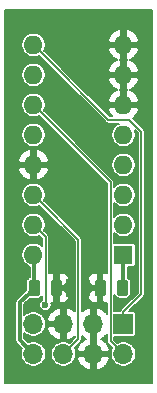
<source format=gbr>
G04 #@! TF.GenerationSoftware,KiCad,Pcbnew,(5.1.5-0-10_14)*
G04 #@! TF.CreationDate,2020-05-05T19:22:01-07:00*
G04 #@! TF.ProjectId,N64 CIC Breakout,4e363420-4349-4432-9042-7265616b6f75,rev?*
G04 #@! TF.SameCoordinates,Original*
G04 #@! TF.FileFunction,Copper,L1,Top*
G04 #@! TF.FilePolarity,Positive*
%FSLAX46Y46*%
G04 Gerber Fmt 4.6, Leading zero omitted, Abs format (unit mm)*
G04 Created by KiCad (PCBNEW (5.1.5-0-10_14)) date 2020-05-05 19:22:01*
%MOMM*%
%LPD*%
G04 APERTURE LIST*
%ADD10O,1.700000X1.700000*%
%ADD11R,1.700000X1.700000*%
%ADD12C,0.100000*%
%ADD13O,1.600000X1.600000*%
%ADD14R,1.600000X1.600000*%
%ADD15C,0.600000*%
%ADD16C,0.304800*%
%ADD17C,0.152400*%
G04 APERTURE END LIST*
D10*
X144780000Y-124460000D03*
X144780000Y-121920000D03*
X147320000Y-124460000D03*
X147320000Y-121920000D03*
X149860000Y-124460000D03*
X149860000Y-121920000D03*
X152400000Y-124460000D03*
D11*
X152400000Y-121920000D03*
G04 #@! TA.AperFunction,SMDPad,CuDef*
D12*
G36*
X150714142Y-118173174D02*
G01*
X150737803Y-118176684D01*
X150761007Y-118182496D01*
X150783529Y-118190554D01*
X150805153Y-118200782D01*
X150825670Y-118213079D01*
X150844883Y-118227329D01*
X150862607Y-118243393D01*
X150878671Y-118261117D01*
X150892921Y-118280330D01*
X150905218Y-118300847D01*
X150915446Y-118322471D01*
X150923504Y-118344993D01*
X150929316Y-118368197D01*
X150932826Y-118391858D01*
X150934000Y-118415750D01*
X150934000Y-119328250D01*
X150932826Y-119352142D01*
X150929316Y-119375803D01*
X150923504Y-119399007D01*
X150915446Y-119421529D01*
X150905218Y-119443153D01*
X150892921Y-119463670D01*
X150878671Y-119482883D01*
X150862607Y-119500607D01*
X150844883Y-119516671D01*
X150825670Y-119530921D01*
X150805153Y-119543218D01*
X150783529Y-119553446D01*
X150761007Y-119561504D01*
X150737803Y-119567316D01*
X150714142Y-119570826D01*
X150690250Y-119572000D01*
X150202750Y-119572000D01*
X150178858Y-119570826D01*
X150155197Y-119567316D01*
X150131993Y-119561504D01*
X150109471Y-119553446D01*
X150087847Y-119543218D01*
X150067330Y-119530921D01*
X150048117Y-119516671D01*
X150030393Y-119500607D01*
X150014329Y-119482883D01*
X150000079Y-119463670D01*
X149987782Y-119443153D01*
X149977554Y-119421529D01*
X149969496Y-119399007D01*
X149963684Y-119375803D01*
X149960174Y-119352142D01*
X149959000Y-119328250D01*
X149959000Y-118415750D01*
X149960174Y-118391858D01*
X149963684Y-118368197D01*
X149969496Y-118344993D01*
X149977554Y-118322471D01*
X149987782Y-118300847D01*
X150000079Y-118280330D01*
X150014329Y-118261117D01*
X150030393Y-118243393D01*
X150048117Y-118227329D01*
X150067330Y-118213079D01*
X150087847Y-118200782D01*
X150109471Y-118190554D01*
X150131993Y-118182496D01*
X150155197Y-118176684D01*
X150178858Y-118173174D01*
X150202750Y-118172000D01*
X150690250Y-118172000D01*
X150714142Y-118173174D01*
G37*
G04 #@! TD.AperFunction*
G04 #@! TA.AperFunction,SMDPad,CuDef*
G36*
X152589142Y-118173174D02*
G01*
X152612803Y-118176684D01*
X152636007Y-118182496D01*
X152658529Y-118190554D01*
X152680153Y-118200782D01*
X152700670Y-118213079D01*
X152719883Y-118227329D01*
X152737607Y-118243393D01*
X152753671Y-118261117D01*
X152767921Y-118280330D01*
X152780218Y-118300847D01*
X152790446Y-118322471D01*
X152798504Y-118344993D01*
X152804316Y-118368197D01*
X152807826Y-118391858D01*
X152809000Y-118415750D01*
X152809000Y-119328250D01*
X152807826Y-119352142D01*
X152804316Y-119375803D01*
X152798504Y-119399007D01*
X152790446Y-119421529D01*
X152780218Y-119443153D01*
X152767921Y-119463670D01*
X152753671Y-119482883D01*
X152737607Y-119500607D01*
X152719883Y-119516671D01*
X152700670Y-119530921D01*
X152680153Y-119543218D01*
X152658529Y-119553446D01*
X152636007Y-119561504D01*
X152612803Y-119567316D01*
X152589142Y-119570826D01*
X152565250Y-119572000D01*
X152077750Y-119572000D01*
X152053858Y-119570826D01*
X152030197Y-119567316D01*
X152006993Y-119561504D01*
X151984471Y-119553446D01*
X151962847Y-119543218D01*
X151942330Y-119530921D01*
X151923117Y-119516671D01*
X151905393Y-119500607D01*
X151889329Y-119482883D01*
X151875079Y-119463670D01*
X151862782Y-119443153D01*
X151852554Y-119421529D01*
X151844496Y-119399007D01*
X151838684Y-119375803D01*
X151835174Y-119352142D01*
X151834000Y-119328250D01*
X151834000Y-118415750D01*
X151835174Y-118391858D01*
X151838684Y-118368197D01*
X151844496Y-118344993D01*
X151852554Y-118322471D01*
X151862782Y-118300847D01*
X151875079Y-118280330D01*
X151889329Y-118261117D01*
X151905393Y-118243393D01*
X151923117Y-118227329D01*
X151942330Y-118213079D01*
X151962847Y-118200782D01*
X151984471Y-118190554D01*
X152006993Y-118182496D01*
X152030197Y-118176684D01*
X152053858Y-118173174D01*
X152077750Y-118172000D01*
X152565250Y-118172000D01*
X152589142Y-118173174D01*
G37*
G04 #@! TD.AperFunction*
G04 #@! TA.AperFunction,SMDPad,CuDef*
G36*
X147001142Y-118173174D02*
G01*
X147024803Y-118176684D01*
X147048007Y-118182496D01*
X147070529Y-118190554D01*
X147092153Y-118200782D01*
X147112670Y-118213079D01*
X147131883Y-118227329D01*
X147149607Y-118243393D01*
X147165671Y-118261117D01*
X147179921Y-118280330D01*
X147192218Y-118300847D01*
X147202446Y-118322471D01*
X147210504Y-118344993D01*
X147216316Y-118368197D01*
X147219826Y-118391858D01*
X147221000Y-118415750D01*
X147221000Y-119328250D01*
X147219826Y-119352142D01*
X147216316Y-119375803D01*
X147210504Y-119399007D01*
X147202446Y-119421529D01*
X147192218Y-119443153D01*
X147179921Y-119463670D01*
X147165671Y-119482883D01*
X147149607Y-119500607D01*
X147131883Y-119516671D01*
X147112670Y-119530921D01*
X147092153Y-119543218D01*
X147070529Y-119553446D01*
X147048007Y-119561504D01*
X147024803Y-119567316D01*
X147001142Y-119570826D01*
X146977250Y-119572000D01*
X146489750Y-119572000D01*
X146465858Y-119570826D01*
X146442197Y-119567316D01*
X146418993Y-119561504D01*
X146396471Y-119553446D01*
X146374847Y-119543218D01*
X146354330Y-119530921D01*
X146335117Y-119516671D01*
X146317393Y-119500607D01*
X146301329Y-119482883D01*
X146287079Y-119463670D01*
X146274782Y-119443153D01*
X146264554Y-119421529D01*
X146256496Y-119399007D01*
X146250684Y-119375803D01*
X146247174Y-119352142D01*
X146246000Y-119328250D01*
X146246000Y-118415750D01*
X146247174Y-118391858D01*
X146250684Y-118368197D01*
X146256496Y-118344993D01*
X146264554Y-118322471D01*
X146274782Y-118300847D01*
X146287079Y-118280330D01*
X146301329Y-118261117D01*
X146317393Y-118243393D01*
X146335117Y-118227329D01*
X146354330Y-118213079D01*
X146374847Y-118200782D01*
X146396471Y-118190554D01*
X146418993Y-118182496D01*
X146442197Y-118176684D01*
X146465858Y-118173174D01*
X146489750Y-118172000D01*
X146977250Y-118172000D01*
X147001142Y-118173174D01*
G37*
G04 #@! TD.AperFunction*
G04 #@! TA.AperFunction,SMDPad,CuDef*
G36*
X145126142Y-118173174D02*
G01*
X145149803Y-118176684D01*
X145173007Y-118182496D01*
X145195529Y-118190554D01*
X145217153Y-118200782D01*
X145237670Y-118213079D01*
X145256883Y-118227329D01*
X145274607Y-118243393D01*
X145290671Y-118261117D01*
X145304921Y-118280330D01*
X145317218Y-118300847D01*
X145327446Y-118322471D01*
X145335504Y-118344993D01*
X145341316Y-118368197D01*
X145344826Y-118391858D01*
X145346000Y-118415750D01*
X145346000Y-119328250D01*
X145344826Y-119352142D01*
X145341316Y-119375803D01*
X145335504Y-119399007D01*
X145327446Y-119421529D01*
X145317218Y-119443153D01*
X145304921Y-119463670D01*
X145290671Y-119482883D01*
X145274607Y-119500607D01*
X145256883Y-119516671D01*
X145237670Y-119530921D01*
X145217153Y-119543218D01*
X145195529Y-119553446D01*
X145173007Y-119561504D01*
X145149803Y-119567316D01*
X145126142Y-119570826D01*
X145102250Y-119572000D01*
X144614750Y-119572000D01*
X144590858Y-119570826D01*
X144567197Y-119567316D01*
X144543993Y-119561504D01*
X144521471Y-119553446D01*
X144499847Y-119543218D01*
X144479330Y-119530921D01*
X144460117Y-119516671D01*
X144442393Y-119500607D01*
X144426329Y-119482883D01*
X144412079Y-119463670D01*
X144399782Y-119443153D01*
X144389554Y-119421529D01*
X144381496Y-119399007D01*
X144375684Y-119375803D01*
X144372174Y-119352142D01*
X144371000Y-119328250D01*
X144371000Y-118415750D01*
X144372174Y-118391858D01*
X144375684Y-118368197D01*
X144381496Y-118344993D01*
X144389554Y-118322471D01*
X144399782Y-118300847D01*
X144412079Y-118280330D01*
X144426329Y-118261117D01*
X144442393Y-118243393D01*
X144460117Y-118227329D01*
X144479330Y-118213079D01*
X144499847Y-118200782D01*
X144521471Y-118190554D01*
X144543993Y-118182496D01*
X144567197Y-118176684D01*
X144590858Y-118173174D01*
X144614750Y-118172000D01*
X145102250Y-118172000D01*
X145126142Y-118173174D01*
G37*
G04 #@! TD.AperFunction*
D13*
X144780000Y-116078000D03*
X152400000Y-98298000D03*
X144780000Y-113538000D03*
X152400000Y-100838000D03*
X144780000Y-110998000D03*
X152400000Y-103378000D03*
X144780000Y-108458000D03*
X152400000Y-105918000D03*
X144780000Y-105918000D03*
X152400000Y-108458000D03*
X144780000Y-103378000D03*
X152400000Y-110998000D03*
X144780000Y-100838000D03*
X152400000Y-113538000D03*
X144780000Y-98298000D03*
D14*
X152400000Y-116078000D03*
D15*
X145796000Y-120294400D03*
X149352000Y-119380000D03*
X149352000Y-118364000D03*
X147828000Y-119380000D03*
X147828000Y-118364000D03*
X153924000Y-98298000D03*
X153924000Y-100838000D03*
X153924000Y-103378000D03*
X143256000Y-108458000D03*
D16*
X144372973Y-119357527D02*
X144858500Y-118872000D01*
X143625199Y-123305199D02*
X143625199Y-120105301D01*
X143625199Y-120105301D02*
X144372973Y-119357527D01*
X144780000Y-124460000D02*
X143625199Y-123305199D01*
X152400000Y-118950500D02*
X152321500Y-118872000D01*
X152575500Y-116253500D02*
X152400000Y-116078000D01*
X144858500Y-116156500D02*
X144780000Y-116078000D01*
X144858500Y-118872000D02*
X144858500Y-116156500D01*
X152400000Y-118793500D02*
X152321500Y-118872000D01*
X152400000Y-116078000D02*
X152400000Y-118793500D01*
D17*
X145579999Y-114337999D02*
X144780000Y-113538000D01*
X145808601Y-114566601D02*
X145579999Y-114337999D01*
X145808601Y-120281799D02*
X145796000Y-120294400D01*
X145808601Y-114566601D02*
X145808601Y-120281799D01*
X148590000Y-114808000D02*
X145579999Y-111797999D01*
X145579999Y-111797999D02*
X144780000Y-110998000D01*
X148590000Y-123190000D02*
X148590000Y-114808000D01*
X147320000Y-124460000D02*
X148590000Y-123190000D01*
D16*
X147828000Y-118364000D02*
X147320000Y-118872000D01*
X147320000Y-118872000D02*
X147828000Y-119380000D01*
X147320000Y-118872000D02*
X146733500Y-118872000D01*
X149352000Y-119380000D02*
X149860000Y-118872000D01*
X149860000Y-118872000D02*
X149352000Y-118364000D01*
X149860000Y-118872000D02*
X150446500Y-118872000D01*
X152400000Y-98298000D02*
X153924000Y-98298000D01*
X152400000Y-100838000D02*
X153924000Y-100838000D01*
X152400000Y-103378000D02*
X153924000Y-103378000D01*
X144780000Y-108458000D02*
X143256000Y-108458000D01*
D17*
X145579999Y-104177999D02*
X144780000Y-103378000D01*
X151321399Y-109919399D02*
X145579999Y-104177999D01*
X151321399Y-123381399D02*
X151321399Y-109919399D01*
X152400000Y-124460000D02*
X151321399Y-123381399D01*
X145579999Y-99097999D02*
X144780000Y-98298000D01*
X151130000Y-104648000D02*
X145579999Y-99097999D01*
X153924000Y-105664000D02*
X152908000Y-104648000D01*
X153924000Y-119393600D02*
X153924000Y-105664000D01*
X152400000Y-120917600D02*
X153924000Y-119393600D01*
X152908000Y-104648000D02*
X151130000Y-104648000D01*
X152400000Y-121920000D02*
X152400000Y-120917600D01*
G36*
X154838801Y-126898800D02*
G01*
X142341200Y-126898800D01*
X142341200Y-120105301D01*
X143242356Y-120105301D01*
X143244200Y-120124021D01*
X143244199Y-123286489D01*
X143242356Y-123305199D01*
X143244199Y-123323909D01*
X143244199Y-123323911D01*
X143249712Y-123379887D01*
X143254711Y-123396365D01*
X143271498Y-123451706D01*
X143306877Y-123517895D01*
X143322865Y-123537376D01*
X143354488Y-123575910D01*
X143369031Y-123587845D01*
X143796660Y-124015475D01*
X143742850Y-124145384D01*
X143701400Y-124353767D01*
X143701400Y-124566233D01*
X143742850Y-124774616D01*
X143824157Y-124970909D01*
X143942197Y-125147567D01*
X144092433Y-125297803D01*
X144269091Y-125415843D01*
X144465384Y-125497150D01*
X144673767Y-125538600D01*
X144886233Y-125538600D01*
X145094616Y-125497150D01*
X145290909Y-125415843D01*
X145467567Y-125297803D01*
X145617803Y-125147567D01*
X145735843Y-124970909D01*
X145817150Y-124774616D01*
X145858600Y-124566233D01*
X145858600Y-124353767D01*
X145817150Y-124145384D01*
X145735843Y-123949091D01*
X145617803Y-123772433D01*
X145467567Y-123622197D01*
X145290909Y-123504157D01*
X145094616Y-123422850D01*
X144886233Y-123381400D01*
X144673767Y-123381400D01*
X144465384Y-123422850D01*
X144335475Y-123476660D01*
X144006199Y-123147385D01*
X144006199Y-122671569D01*
X144092433Y-122757803D01*
X144269091Y-122875843D01*
X144465384Y-122957150D01*
X144673767Y-122998600D01*
X144886233Y-122998600D01*
X145094616Y-122957150D01*
X145290909Y-122875843D01*
X145467567Y-122757803D01*
X145617803Y-122607567D01*
X145735843Y-122430909D01*
X145782511Y-122318240D01*
X145942192Y-122318240D01*
X146046359Y-122579385D01*
X146199471Y-122815190D01*
X146395645Y-123016594D01*
X146627341Y-123175856D01*
X146885656Y-123286856D01*
X146921761Y-123297801D01*
X147142200Y-123195820D01*
X147142200Y-122097800D01*
X146042907Y-122097800D01*
X145942192Y-122318240D01*
X145782511Y-122318240D01*
X145817150Y-122234616D01*
X145858600Y-122026233D01*
X145858600Y-121813767D01*
X145817150Y-121605384D01*
X145782512Y-121521760D01*
X145942192Y-121521760D01*
X146042907Y-121742200D01*
X147142200Y-121742200D01*
X147142200Y-120644180D01*
X146921761Y-120542199D01*
X146885656Y-120553144D01*
X146627341Y-120664144D01*
X146395645Y-120823406D01*
X146199471Y-121024810D01*
X146046359Y-121260615D01*
X145942192Y-121521760D01*
X145782512Y-121521760D01*
X145735843Y-121409091D01*
X145617803Y-121232433D01*
X145467567Y-121082197D01*
X145290909Y-120964157D01*
X145094616Y-120882850D01*
X144886233Y-120841400D01*
X144673767Y-120841400D01*
X144465384Y-120882850D01*
X144269091Y-120964157D01*
X144092433Y-121082197D01*
X144006199Y-121168431D01*
X144006199Y-120263115D01*
X144487337Y-119781978D01*
X144522383Y-119792609D01*
X144614750Y-119801706D01*
X145102250Y-119801706D01*
X145194617Y-119792609D01*
X145283434Y-119765666D01*
X145365288Y-119721914D01*
X145437034Y-119663034D01*
X145495914Y-119591288D01*
X145503802Y-119576531D01*
X145503802Y-119853898D01*
X145459037Y-119883809D01*
X145385409Y-119957437D01*
X145327560Y-120044014D01*
X145287713Y-120140213D01*
X145267400Y-120242337D01*
X145267400Y-120346463D01*
X145287713Y-120448587D01*
X145327560Y-120544786D01*
X145385409Y-120631363D01*
X145459037Y-120704991D01*
X145545614Y-120762840D01*
X145641813Y-120802687D01*
X145743937Y-120823000D01*
X145848063Y-120823000D01*
X145950187Y-120802687D01*
X146046386Y-120762840D01*
X146132963Y-120704991D01*
X146206591Y-120631363D01*
X146264440Y-120544786D01*
X146304287Y-120448587D01*
X146324600Y-120346463D01*
X146324600Y-120242337D01*
X146307817Y-120157959D01*
X146409650Y-120156200D01*
X146555700Y-120010150D01*
X146555700Y-119049800D01*
X146911300Y-119049800D01*
X146911300Y-120010150D01*
X147057350Y-120156200D01*
X147221000Y-120159027D01*
X147335523Y-120147747D01*
X147445646Y-120114342D01*
X147547135Y-120060095D01*
X147636091Y-119987091D01*
X147709095Y-119898135D01*
X147763342Y-119796646D01*
X147796747Y-119686523D01*
X147808027Y-119572000D01*
X147805200Y-119195850D01*
X147659150Y-119049800D01*
X146911300Y-119049800D01*
X146555700Y-119049800D01*
X146535700Y-119049800D01*
X146535700Y-118694200D01*
X146555700Y-118694200D01*
X146555700Y-117733850D01*
X146911300Y-117733850D01*
X146911300Y-118694200D01*
X147659150Y-118694200D01*
X147805200Y-118548150D01*
X147808027Y-118172000D01*
X147796747Y-118057477D01*
X147763342Y-117947354D01*
X147709095Y-117845865D01*
X147636091Y-117756909D01*
X147547135Y-117683905D01*
X147445646Y-117629658D01*
X147335523Y-117596253D01*
X147221000Y-117584973D01*
X147057350Y-117587800D01*
X146911300Y-117733850D01*
X146555700Y-117733850D01*
X146409650Y-117587800D01*
X146246000Y-117584973D01*
X146131477Y-117596253D01*
X146113401Y-117601736D01*
X146113401Y-114581558D01*
X146114874Y-114566600D01*
X146113401Y-114551642D01*
X146113401Y-114551635D01*
X146108990Y-114506850D01*
X146091561Y-114449395D01*
X146063259Y-114396444D01*
X146025169Y-114350033D01*
X146013546Y-114340494D01*
X145806111Y-114133060D01*
X145806107Y-114133055D01*
X145693509Y-114020457D01*
X145769072Y-113838032D01*
X145808600Y-113639308D01*
X145808600Y-113436692D01*
X145769072Y-113237968D01*
X145691534Y-113050775D01*
X145578966Y-112882306D01*
X145435694Y-112739034D01*
X145267225Y-112626466D01*
X145080032Y-112548928D01*
X144881308Y-112509400D01*
X144678692Y-112509400D01*
X144479968Y-112548928D01*
X144292775Y-112626466D01*
X144124306Y-112739034D01*
X143981034Y-112882306D01*
X143868466Y-113050775D01*
X143790928Y-113237968D01*
X143751400Y-113436692D01*
X143751400Y-113639308D01*
X143790928Y-113838032D01*
X143868466Y-114025225D01*
X143981034Y-114193694D01*
X144124306Y-114336966D01*
X144292775Y-114449534D01*
X144479968Y-114527072D01*
X144678692Y-114566600D01*
X144881308Y-114566600D01*
X145080032Y-114527072D01*
X145262457Y-114451509D01*
X145375055Y-114564107D01*
X145375060Y-114564111D01*
X145503801Y-114692853D01*
X145503801Y-115347141D01*
X145435694Y-115279034D01*
X145267225Y-115166466D01*
X145080032Y-115088928D01*
X144881308Y-115049400D01*
X144678692Y-115049400D01*
X144479968Y-115088928D01*
X144292775Y-115166466D01*
X144124306Y-115279034D01*
X143981034Y-115422306D01*
X143868466Y-115590775D01*
X143790928Y-115777968D01*
X143751400Y-115976692D01*
X143751400Y-116179308D01*
X143790928Y-116378032D01*
X143868466Y-116565225D01*
X143981034Y-116733694D01*
X144124306Y-116876966D01*
X144292775Y-116989534D01*
X144477501Y-117066050D01*
X144477500Y-117965006D01*
X144433566Y-117978334D01*
X144351712Y-118022086D01*
X144279966Y-118080966D01*
X144221086Y-118152712D01*
X144177334Y-118234566D01*
X144150391Y-118323383D01*
X144141294Y-118415750D01*
X144141294Y-119050392D01*
X144116802Y-119074884D01*
X144116797Y-119074888D01*
X143369026Y-119822660D01*
X143354489Y-119834590D01*
X143342560Y-119849126D01*
X143306877Y-119892605D01*
X143271498Y-119958794D01*
X143249713Y-120030613D01*
X143242356Y-120105301D01*
X142341200Y-120105301D01*
X142341200Y-110896692D01*
X143751400Y-110896692D01*
X143751400Y-111099308D01*
X143790928Y-111298032D01*
X143868466Y-111485225D01*
X143981034Y-111653694D01*
X144124306Y-111796966D01*
X144292775Y-111909534D01*
X144479968Y-111987072D01*
X144678692Y-112026600D01*
X144881308Y-112026600D01*
X145080032Y-111987072D01*
X145262457Y-111911509D01*
X145375055Y-112024107D01*
X145375061Y-112024112D01*
X148285201Y-114934253D01*
X148285200Y-120865340D01*
X148244355Y-120823406D01*
X148012659Y-120664144D01*
X147754344Y-120553144D01*
X147718239Y-120542199D01*
X147497800Y-120644180D01*
X147497800Y-121742200D01*
X147517800Y-121742200D01*
X147517800Y-122097800D01*
X147497800Y-122097800D01*
X147497800Y-123195820D01*
X147718239Y-123297801D01*
X147754344Y-123286856D01*
X148012659Y-123175856D01*
X148244355Y-123016594D01*
X148285200Y-122974660D01*
X148285200Y-123063748D01*
X147839231Y-123509718D01*
X147830909Y-123504157D01*
X147634616Y-123422850D01*
X147426233Y-123381400D01*
X147213767Y-123381400D01*
X147005384Y-123422850D01*
X146809091Y-123504157D01*
X146632433Y-123622197D01*
X146482197Y-123772433D01*
X146364157Y-123949091D01*
X146282850Y-124145384D01*
X146241400Y-124353767D01*
X146241400Y-124566233D01*
X146282850Y-124774616D01*
X146364157Y-124970909D01*
X146482197Y-125147567D01*
X146632433Y-125297803D01*
X146809091Y-125415843D01*
X147005384Y-125497150D01*
X147213767Y-125538600D01*
X147426233Y-125538600D01*
X147634616Y-125497150D01*
X147830909Y-125415843D01*
X148007567Y-125297803D01*
X148157803Y-125147567D01*
X148275843Y-124970909D01*
X148322511Y-124858240D01*
X148482192Y-124858240D01*
X148586359Y-125119385D01*
X148739471Y-125355190D01*
X148935645Y-125556594D01*
X149167341Y-125715856D01*
X149425656Y-125826856D01*
X149461761Y-125837801D01*
X149682200Y-125735820D01*
X149682200Y-124637800D01*
X150037800Y-124637800D01*
X150037800Y-125735820D01*
X150258239Y-125837801D01*
X150294344Y-125826856D01*
X150552659Y-125715856D01*
X150784355Y-125556594D01*
X150980529Y-125355190D01*
X151133641Y-125119385D01*
X151237808Y-124858240D01*
X151137093Y-124637800D01*
X150037800Y-124637800D01*
X149682200Y-124637800D01*
X148582907Y-124637800D01*
X148482192Y-124858240D01*
X148322511Y-124858240D01*
X148357150Y-124774616D01*
X148398600Y-124566233D01*
X148398600Y-124353767D01*
X148357150Y-124145384D01*
X148275843Y-123949091D01*
X148270282Y-123940769D01*
X148794945Y-123416107D01*
X148806568Y-123406568D01*
X148844658Y-123360157D01*
X148872960Y-123307206D01*
X148890389Y-123249751D01*
X148894800Y-123204966D01*
X148894800Y-123204959D01*
X148896273Y-123190001D01*
X148894800Y-123175043D01*
X148894800Y-122974660D01*
X148935645Y-123016594D01*
X149167341Y-123175856D01*
X149200256Y-123190000D01*
X149167341Y-123204144D01*
X148935645Y-123363406D01*
X148739471Y-123564810D01*
X148586359Y-123800615D01*
X148482192Y-124061760D01*
X148582907Y-124282200D01*
X149682200Y-124282200D01*
X149682200Y-122097800D01*
X149662200Y-122097800D01*
X149662200Y-121742200D01*
X149682200Y-121742200D01*
X149682200Y-120644180D01*
X149461761Y-120542199D01*
X149425656Y-120553144D01*
X149167341Y-120664144D01*
X148935645Y-120823406D01*
X148894800Y-120865340D01*
X148894800Y-119572000D01*
X149371973Y-119572000D01*
X149383253Y-119686523D01*
X149416658Y-119796646D01*
X149470905Y-119898135D01*
X149543909Y-119987091D01*
X149632865Y-120060095D01*
X149734354Y-120114342D01*
X149844477Y-120147747D01*
X149959000Y-120159027D01*
X150122650Y-120156200D01*
X150268700Y-120010150D01*
X150268700Y-119049800D01*
X149520850Y-119049800D01*
X149374800Y-119195850D01*
X149371973Y-119572000D01*
X148894800Y-119572000D01*
X148894800Y-118172000D01*
X149371973Y-118172000D01*
X149374800Y-118548150D01*
X149520850Y-118694200D01*
X150268700Y-118694200D01*
X150268700Y-117733850D01*
X150122650Y-117587800D01*
X149959000Y-117584973D01*
X149844477Y-117596253D01*
X149734354Y-117629658D01*
X149632865Y-117683905D01*
X149543909Y-117756909D01*
X149470905Y-117845865D01*
X149416658Y-117947354D01*
X149383253Y-118057477D01*
X149371973Y-118172000D01*
X148894800Y-118172000D01*
X148894800Y-114822957D01*
X148896273Y-114807999D01*
X148894800Y-114793041D01*
X148894800Y-114793034D01*
X148890389Y-114748249D01*
X148872960Y-114690794D01*
X148844658Y-114637843D01*
X148806568Y-114591432D01*
X148794944Y-114581892D01*
X145806112Y-111593061D01*
X145806107Y-111593055D01*
X145693509Y-111480457D01*
X145769072Y-111298032D01*
X145808600Y-111099308D01*
X145808600Y-110896692D01*
X145769072Y-110697968D01*
X145691534Y-110510775D01*
X145578966Y-110342306D01*
X145435694Y-110199034D01*
X145267225Y-110086466D01*
X145080032Y-110008928D01*
X144881308Y-109969400D01*
X144678692Y-109969400D01*
X144479968Y-110008928D01*
X144292775Y-110086466D01*
X144124306Y-110199034D01*
X143981034Y-110342306D01*
X143868466Y-110510775D01*
X143790928Y-110697968D01*
X143751400Y-110896692D01*
X142341200Y-110896692D01*
X142341200Y-108848354D01*
X143451982Y-108848354D01*
X143458917Y-108871244D01*
X143564921Y-109121034D01*
X143717620Y-109345344D01*
X143911146Y-109535554D01*
X144138061Y-109684354D01*
X144389645Y-109786026D01*
X144602200Y-109684691D01*
X144602200Y-108635800D01*
X144957800Y-108635800D01*
X144957800Y-109684691D01*
X145170355Y-109786026D01*
X145421939Y-109684354D01*
X145648854Y-109535554D01*
X145842380Y-109345344D01*
X145995079Y-109121034D01*
X146101083Y-108871244D01*
X146108018Y-108848354D01*
X146005317Y-108635800D01*
X144957800Y-108635800D01*
X144602200Y-108635800D01*
X143554683Y-108635800D01*
X143451982Y-108848354D01*
X142341200Y-108848354D01*
X142341200Y-108067646D01*
X143451982Y-108067646D01*
X143554683Y-108280200D01*
X144602200Y-108280200D01*
X144602200Y-107231309D01*
X144957800Y-107231309D01*
X144957800Y-108280200D01*
X146005317Y-108280200D01*
X146108018Y-108067646D01*
X146101083Y-108044756D01*
X145995079Y-107794966D01*
X145842380Y-107570656D01*
X145648854Y-107380446D01*
X145421939Y-107231646D01*
X145170355Y-107129974D01*
X144957800Y-107231309D01*
X144602200Y-107231309D01*
X144389645Y-107129974D01*
X144138061Y-107231646D01*
X143911146Y-107380446D01*
X143717620Y-107570656D01*
X143564921Y-107794966D01*
X143458917Y-108044756D01*
X143451982Y-108067646D01*
X142341200Y-108067646D01*
X142341200Y-105816692D01*
X143751400Y-105816692D01*
X143751400Y-106019308D01*
X143790928Y-106218032D01*
X143868466Y-106405225D01*
X143981034Y-106573694D01*
X144124306Y-106716966D01*
X144292775Y-106829534D01*
X144479968Y-106907072D01*
X144678692Y-106946600D01*
X144881308Y-106946600D01*
X145080032Y-106907072D01*
X145267225Y-106829534D01*
X145435694Y-106716966D01*
X145578966Y-106573694D01*
X145691534Y-106405225D01*
X145769072Y-106218032D01*
X145808600Y-106019308D01*
X145808600Y-105816692D01*
X145769072Y-105617968D01*
X145691534Y-105430775D01*
X145578966Y-105262306D01*
X145435694Y-105119034D01*
X145267225Y-105006466D01*
X145080032Y-104928928D01*
X144881308Y-104889400D01*
X144678692Y-104889400D01*
X144479968Y-104928928D01*
X144292775Y-105006466D01*
X144124306Y-105119034D01*
X143981034Y-105262306D01*
X143868466Y-105430775D01*
X143790928Y-105617968D01*
X143751400Y-105816692D01*
X142341200Y-105816692D01*
X142341200Y-100736692D01*
X143751400Y-100736692D01*
X143751400Y-100939308D01*
X143790928Y-101138032D01*
X143868466Y-101325225D01*
X143981034Y-101493694D01*
X144124306Y-101636966D01*
X144292775Y-101749534D01*
X144479968Y-101827072D01*
X144678692Y-101866600D01*
X144881308Y-101866600D01*
X145080032Y-101827072D01*
X145267225Y-101749534D01*
X145435694Y-101636966D01*
X145578966Y-101493694D01*
X145691534Y-101325225D01*
X145769072Y-101138032D01*
X145808600Y-100939308D01*
X145808600Y-100736692D01*
X145769072Y-100537968D01*
X145691534Y-100350775D01*
X145578966Y-100182306D01*
X145435694Y-100039034D01*
X145267225Y-99926466D01*
X145080032Y-99848928D01*
X144881308Y-99809400D01*
X144678692Y-99809400D01*
X144479968Y-99848928D01*
X144292775Y-99926466D01*
X144124306Y-100039034D01*
X143981034Y-100182306D01*
X143868466Y-100350775D01*
X143790928Y-100537968D01*
X143751400Y-100736692D01*
X142341200Y-100736692D01*
X142341200Y-98196692D01*
X143751400Y-98196692D01*
X143751400Y-98399308D01*
X143790928Y-98598032D01*
X143868466Y-98785225D01*
X143981034Y-98953694D01*
X144124306Y-99096966D01*
X144292775Y-99209534D01*
X144479968Y-99287072D01*
X144678692Y-99326600D01*
X144881308Y-99326600D01*
X145080032Y-99287072D01*
X145262457Y-99211509D01*
X145375055Y-99324107D01*
X145375061Y-99324112D01*
X150903891Y-104852943D01*
X150913432Y-104864568D01*
X150959843Y-104902658D01*
X151008992Y-104928928D01*
X151012794Y-104930960D01*
X151070248Y-104948389D01*
X151075403Y-104948897D01*
X151115034Y-104952800D01*
X151115042Y-104952800D01*
X151130000Y-104954273D01*
X151144958Y-104952800D01*
X152042336Y-104952800D01*
X151912775Y-105006466D01*
X151744306Y-105119034D01*
X151601034Y-105262306D01*
X151488466Y-105430775D01*
X151410928Y-105617968D01*
X151371400Y-105816692D01*
X151371400Y-106019308D01*
X151410928Y-106218032D01*
X151488466Y-106405225D01*
X151601034Y-106573694D01*
X151744306Y-106716966D01*
X151912775Y-106829534D01*
X152099968Y-106907072D01*
X152298692Y-106946600D01*
X152501308Y-106946600D01*
X152700032Y-106907072D01*
X152887225Y-106829534D01*
X153055694Y-106716966D01*
X153198966Y-106573694D01*
X153311534Y-106405225D01*
X153389072Y-106218032D01*
X153428600Y-106019308D01*
X153428600Y-105816692D01*
X153389072Y-105617968D01*
X153348170Y-105519221D01*
X153619201Y-105790253D01*
X153619200Y-119267348D01*
X152195057Y-120691492D01*
X152183433Y-120701032D01*
X152145343Y-120747443D01*
X152130215Y-120775746D01*
X152117040Y-120800395D01*
X152104936Y-120840294D01*
X151626199Y-120840294D01*
X151626199Y-119462838D01*
X151640334Y-119509434D01*
X151684086Y-119591288D01*
X151742966Y-119663034D01*
X151814712Y-119721914D01*
X151896566Y-119765666D01*
X151985383Y-119792609D01*
X152077750Y-119801706D01*
X152565250Y-119801706D01*
X152657617Y-119792609D01*
X152746434Y-119765666D01*
X152828288Y-119721914D01*
X152900034Y-119663034D01*
X152958914Y-119591288D01*
X153002666Y-119509434D01*
X153029609Y-119420617D01*
X153038706Y-119328250D01*
X153038706Y-118415750D01*
X153029609Y-118323383D01*
X153002666Y-118234566D01*
X152958914Y-118152712D01*
X152900034Y-118080966D01*
X152828288Y-118022086D01*
X152781000Y-117996810D01*
X152781000Y-117107706D01*
X153200000Y-117107706D01*
X153244813Y-117103292D01*
X153287905Y-117090221D01*
X153327618Y-117068994D01*
X153362427Y-117040427D01*
X153390994Y-117005618D01*
X153412221Y-116965905D01*
X153425292Y-116922813D01*
X153429706Y-116878000D01*
X153429706Y-115278000D01*
X153425292Y-115233187D01*
X153412221Y-115190095D01*
X153390994Y-115150382D01*
X153362427Y-115115573D01*
X153327618Y-115087006D01*
X153287905Y-115065779D01*
X153244813Y-115052708D01*
X153200000Y-115048294D01*
X151626199Y-115048294D01*
X151626199Y-114218859D01*
X151744306Y-114336966D01*
X151912775Y-114449534D01*
X152099968Y-114527072D01*
X152298692Y-114566600D01*
X152501308Y-114566600D01*
X152700032Y-114527072D01*
X152887225Y-114449534D01*
X153055694Y-114336966D01*
X153198966Y-114193694D01*
X153311534Y-114025225D01*
X153389072Y-113838032D01*
X153428600Y-113639308D01*
X153428600Y-113436692D01*
X153389072Y-113237968D01*
X153311534Y-113050775D01*
X153198966Y-112882306D01*
X153055694Y-112739034D01*
X152887225Y-112626466D01*
X152700032Y-112548928D01*
X152501308Y-112509400D01*
X152298692Y-112509400D01*
X152099968Y-112548928D01*
X151912775Y-112626466D01*
X151744306Y-112739034D01*
X151626199Y-112857141D01*
X151626199Y-111678859D01*
X151744306Y-111796966D01*
X151912775Y-111909534D01*
X152099968Y-111987072D01*
X152298692Y-112026600D01*
X152501308Y-112026600D01*
X152700032Y-111987072D01*
X152887225Y-111909534D01*
X153055694Y-111796966D01*
X153198966Y-111653694D01*
X153311534Y-111485225D01*
X153389072Y-111298032D01*
X153428600Y-111099308D01*
X153428600Y-110896692D01*
X153389072Y-110697968D01*
X153311534Y-110510775D01*
X153198966Y-110342306D01*
X153055694Y-110199034D01*
X152887225Y-110086466D01*
X152700032Y-110008928D01*
X152501308Y-109969400D01*
X152298692Y-109969400D01*
X152099968Y-110008928D01*
X151912775Y-110086466D01*
X151744306Y-110199034D01*
X151626199Y-110317141D01*
X151626199Y-109934357D01*
X151627672Y-109919399D01*
X151626199Y-109904441D01*
X151626199Y-109904433D01*
X151621788Y-109859648D01*
X151604359Y-109802193D01*
X151576057Y-109749242D01*
X151537967Y-109702831D01*
X151526343Y-109693291D01*
X150189744Y-108356692D01*
X151371400Y-108356692D01*
X151371400Y-108559308D01*
X151410928Y-108758032D01*
X151488466Y-108945225D01*
X151601034Y-109113694D01*
X151744306Y-109256966D01*
X151912775Y-109369534D01*
X152099968Y-109447072D01*
X152298692Y-109486600D01*
X152501308Y-109486600D01*
X152700032Y-109447072D01*
X152887225Y-109369534D01*
X153055694Y-109256966D01*
X153198966Y-109113694D01*
X153311534Y-108945225D01*
X153389072Y-108758032D01*
X153428600Y-108559308D01*
X153428600Y-108356692D01*
X153389072Y-108157968D01*
X153311534Y-107970775D01*
X153198966Y-107802306D01*
X153055694Y-107659034D01*
X152887225Y-107546466D01*
X152700032Y-107468928D01*
X152501308Y-107429400D01*
X152298692Y-107429400D01*
X152099968Y-107468928D01*
X151912775Y-107546466D01*
X151744306Y-107659034D01*
X151601034Y-107802306D01*
X151488466Y-107970775D01*
X151410928Y-108157968D01*
X151371400Y-108356692D01*
X150189744Y-108356692D01*
X145806112Y-103973061D01*
X145806107Y-103973055D01*
X145693509Y-103860457D01*
X145769072Y-103678032D01*
X145808600Y-103479308D01*
X145808600Y-103276692D01*
X145769072Y-103077968D01*
X145691534Y-102890775D01*
X145578966Y-102722306D01*
X145435694Y-102579034D01*
X145267225Y-102466466D01*
X145080032Y-102388928D01*
X144881308Y-102349400D01*
X144678692Y-102349400D01*
X144479968Y-102388928D01*
X144292775Y-102466466D01*
X144124306Y-102579034D01*
X143981034Y-102722306D01*
X143868466Y-102890775D01*
X143790928Y-103077968D01*
X143751400Y-103276692D01*
X143751400Y-103479308D01*
X143790928Y-103678032D01*
X143868466Y-103865225D01*
X143981034Y-104033694D01*
X144124306Y-104176966D01*
X144292775Y-104289534D01*
X144479968Y-104367072D01*
X144678692Y-104406600D01*
X144881308Y-104406600D01*
X145080032Y-104367072D01*
X145262457Y-104291509D01*
X145375055Y-104404107D01*
X145375061Y-104404112D01*
X151016600Y-110045652D01*
X151016599Y-117593109D01*
X150934000Y-117584973D01*
X150770350Y-117587800D01*
X150624300Y-117733850D01*
X150624300Y-118694200D01*
X150644300Y-118694200D01*
X150644300Y-119049800D01*
X150624300Y-119049800D01*
X150624300Y-120010150D01*
X150770350Y-120156200D01*
X150934000Y-120159027D01*
X151016599Y-120150891D01*
X151016599Y-121080361D01*
X150980529Y-121024810D01*
X150784355Y-120823406D01*
X150552659Y-120664144D01*
X150294344Y-120553144D01*
X150258239Y-120542199D01*
X150037800Y-120644180D01*
X150037800Y-121742200D01*
X150057800Y-121742200D01*
X150057800Y-122097800D01*
X150037800Y-122097800D01*
X150037800Y-124282200D01*
X151137093Y-124282200D01*
X151237808Y-124061760D01*
X151133641Y-123800615D01*
X150980529Y-123564810D01*
X150784355Y-123363406D01*
X150552659Y-123204144D01*
X150519744Y-123190000D01*
X150552659Y-123175856D01*
X150784355Y-123016594D01*
X150980529Y-122815190D01*
X151016599Y-122759639D01*
X151016599Y-123366441D01*
X151015126Y-123381399D01*
X151016599Y-123396357D01*
X151016599Y-123396364D01*
X151021010Y-123441149D01*
X151038439Y-123498604D01*
X151066741Y-123551555D01*
X151104831Y-123597967D01*
X151116460Y-123607511D01*
X151449718Y-123940769D01*
X151444157Y-123949091D01*
X151362850Y-124145384D01*
X151321400Y-124353767D01*
X151321400Y-124566233D01*
X151362850Y-124774616D01*
X151444157Y-124970909D01*
X151562197Y-125147567D01*
X151712433Y-125297803D01*
X151889091Y-125415843D01*
X152085384Y-125497150D01*
X152293767Y-125538600D01*
X152506233Y-125538600D01*
X152714616Y-125497150D01*
X152910909Y-125415843D01*
X153087567Y-125297803D01*
X153237803Y-125147567D01*
X153355843Y-124970909D01*
X153437150Y-124774616D01*
X153478600Y-124566233D01*
X153478600Y-124353767D01*
X153437150Y-124145384D01*
X153355843Y-123949091D01*
X153237803Y-123772433D01*
X153087567Y-123622197D01*
X152910909Y-123504157D01*
X152714616Y-123422850D01*
X152506233Y-123381400D01*
X152293767Y-123381400D01*
X152085384Y-123422850D01*
X151889091Y-123504157D01*
X151880769Y-123509718D01*
X151626199Y-123255148D01*
X151626199Y-122999706D01*
X153250000Y-122999706D01*
X153294813Y-122995292D01*
X153337905Y-122982221D01*
X153377618Y-122960994D01*
X153412427Y-122932427D01*
X153440994Y-122897618D01*
X153462221Y-122857905D01*
X153475292Y-122814813D01*
X153479706Y-122770000D01*
X153479706Y-121070000D01*
X153475292Y-121025187D01*
X153462221Y-120982095D01*
X153440994Y-120942382D01*
X153412427Y-120907573D01*
X153377618Y-120879006D01*
X153337905Y-120857779D01*
X153294813Y-120844708D01*
X153250000Y-120840294D01*
X152908357Y-120840294D01*
X154128945Y-119619707D01*
X154140568Y-119610168D01*
X154178658Y-119563757D01*
X154206960Y-119510806D01*
X154224389Y-119453351D01*
X154228800Y-119408566D01*
X154228800Y-119408559D01*
X154230273Y-119393601D01*
X154228800Y-119378643D01*
X154228800Y-105678958D01*
X154230273Y-105664000D01*
X154228800Y-105649042D01*
X154228800Y-105649034D01*
X154224389Y-105604249D01*
X154206960Y-105546794D01*
X154178658Y-105493843D01*
X154140568Y-105447432D01*
X154128944Y-105437892D01*
X153195021Y-104503970D01*
X153268854Y-104455554D01*
X153462380Y-104265344D01*
X153615079Y-104041034D01*
X153721083Y-103791244D01*
X153728018Y-103768354D01*
X153625317Y-103555800D01*
X152577800Y-103555800D01*
X152577800Y-103575800D01*
X152222200Y-103575800D01*
X152222200Y-103555800D01*
X151174683Y-103555800D01*
X151071982Y-103768354D01*
X151078917Y-103791244D01*
X151184921Y-104041034D01*
X151337620Y-104265344D01*
X151416833Y-104343200D01*
X151256252Y-104343200D01*
X148141406Y-101228354D01*
X151071982Y-101228354D01*
X151078917Y-101251244D01*
X151184921Y-101501034D01*
X151337620Y-101725344D01*
X151531146Y-101915554D01*
X151758061Y-102064354D01*
X151866062Y-102108000D01*
X151758061Y-102151646D01*
X151531146Y-102300446D01*
X151337620Y-102490656D01*
X151184921Y-102714966D01*
X151078917Y-102964756D01*
X151071982Y-102987646D01*
X151174683Y-103200200D01*
X152222200Y-103200200D01*
X152222200Y-102151309D01*
X152131357Y-102108000D01*
X152222200Y-102064691D01*
X152222200Y-101015800D01*
X152577800Y-101015800D01*
X152577800Y-102064691D01*
X152668643Y-102108000D01*
X152577800Y-102151309D01*
X152577800Y-103200200D01*
X153625317Y-103200200D01*
X153728018Y-102987646D01*
X153721083Y-102964756D01*
X153615079Y-102714966D01*
X153462380Y-102490656D01*
X153268854Y-102300446D01*
X153041939Y-102151646D01*
X152933938Y-102108000D01*
X153041939Y-102064354D01*
X153268854Y-101915554D01*
X153462380Y-101725344D01*
X153615079Y-101501034D01*
X153721083Y-101251244D01*
X153728018Y-101228354D01*
X153625317Y-101015800D01*
X152577800Y-101015800D01*
X152222200Y-101015800D01*
X151174683Y-101015800D01*
X151071982Y-101228354D01*
X148141406Y-101228354D01*
X145806112Y-98893061D01*
X145806107Y-98893055D01*
X145693509Y-98780457D01*
X145731659Y-98688354D01*
X151071982Y-98688354D01*
X151078917Y-98711244D01*
X151184921Y-98961034D01*
X151337620Y-99185344D01*
X151531146Y-99375554D01*
X151758061Y-99524354D01*
X151866062Y-99568000D01*
X151758061Y-99611646D01*
X151531146Y-99760446D01*
X151337620Y-99950656D01*
X151184921Y-100174966D01*
X151078917Y-100424756D01*
X151071982Y-100447646D01*
X151174683Y-100660200D01*
X152222200Y-100660200D01*
X152222200Y-99611309D01*
X152131357Y-99568000D01*
X152222200Y-99524691D01*
X152222200Y-98475800D01*
X152577800Y-98475800D01*
X152577800Y-99524691D01*
X152668643Y-99568000D01*
X152577800Y-99611309D01*
X152577800Y-100660200D01*
X153625317Y-100660200D01*
X153728018Y-100447646D01*
X153721083Y-100424756D01*
X153615079Y-100174966D01*
X153462380Y-99950656D01*
X153268854Y-99760446D01*
X153041939Y-99611646D01*
X152933938Y-99568000D01*
X153041939Y-99524354D01*
X153268854Y-99375554D01*
X153462380Y-99185344D01*
X153615079Y-98961034D01*
X153721083Y-98711244D01*
X153728018Y-98688354D01*
X153625317Y-98475800D01*
X152577800Y-98475800D01*
X152222200Y-98475800D01*
X151174683Y-98475800D01*
X151071982Y-98688354D01*
X145731659Y-98688354D01*
X145769072Y-98598032D01*
X145808600Y-98399308D01*
X145808600Y-98196692D01*
X145769072Y-97997968D01*
X145731660Y-97907646D01*
X151071982Y-97907646D01*
X151174683Y-98120200D01*
X152222200Y-98120200D01*
X152222200Y-97071309D01*
X152577800Y-97071309D01*
X152577800Y-98120200D01*
X153625317Y-98120200D01*
X153728018Y-97907646D01*
X153721083Y-97884756D01*
X153615079Y-97634966D01*
X153462380Y-97410656D01*
X153268854Y-97220446D01*
X153041939Y-97071646D01*
X152790355Y-96969974D01*
X152577800Y-97071309D01*
X152222200Y-97071309D01*
X152009645Y-96969974D01*
X151758061Y-97071646D01*
X151531146Y-97220446D01*
X151337620Y-97410656D01*
X151184921Y-97634966D01*
X151078917Y-97884756D01*
X151071982Y-97907646D01*
X145731660Y-97907646D01*
X145691534Y-97810775D01*
X145578966Y-97642306D01*
X145435694Y-97499034D01*
X145267225Y-97386466D01*
X145080032Y-97308928D01*
X144881308Y-97269400D01*
X144678692Y-97269400D01*
X144479968Y-97308928D01*
X144292775Y-97386466D01*
X144124306Y-97499034D01*
X143981034Y-97642306D01*
X143868466Y-97810775D01*
X143790928Y-97997968D01*
X143751400Y-98196692D01*
X142341200Y-98196692D01*
X142341200Y-95351200D01*
X154838800Y-95351200D01*
X154838801Y-126898800D01*
G37*
X154838801Y-126898800D02*
X142341200Y-126898800D01*
X142341200Y-120105301D01*
X143242356Y-120105301D01*
X143244200Y-120124021D01*
X143244199Y-123286489D01*
X143242356Y-123305199D01*
X143244199Y-123323909D01*
X143244199Y-123323911D01*
X143249712Y-123379887D01*
X143254711Y-123396365D01*
X143271498Y-123451706D01*
X143306877Y-123517895D01*
X143322865Y-123537376D01*
X143354488Y-123575910D01*
X143369031Y-123587845D01*
X143796660Y-124015475D01*
X143742850Y-124145384D01*
X143701400Y-124353767D01*
X143701400Y-124566233D01*
X143742850Y-124774616D01*
X143824157Y-124970909D01*
X143942197Y-125147567D01*
X144092433Y-125297803D01*
X144269091Y-125415843D01*
X144465384Y-125497150D01*
X144673767Y-125538600D01*
X144886233Y-125538600D01*
X145094616Y-125497150D01*
X145290909Y-125415843D01*
X145467567Y-125297803D01*
X145617803Y-125147567D01*
X145735843Y-124970909D01*
X145817150Y-124774616D01*
X145858600Y-124566233D01*
X145858600Y-124353767D01*
X145817150Y-124145384D01*
X145735843Y-123949091D01*
X145617803Y-123772433D01*
X145467567Y-123622197D01*
X145290909Y-123504157D01*
X145094616Y-123422850D01*
X144886233Y-123381400D01*
X144673767Y-123381400D01*
X144465384Y-123422850D01*
X144335475Y-123476660D01*
X144006199Y-123147385D01*
X144006199Y-122671569D01*
X144092433Y-122757803D01*
X144269091Y-122875843D01*
X144465384Y-122957150D01*
X144673767Y-122998600D01*
X144886233Y-122998600D01*
X145094616Y-122957150D01*
X145290909Y-122875843D01*
X145467567Y-122757803D01*
X145617803Y-122607567D01*
X145735843Y-122430909D01*
X145782511Y-122318240D01*
X145942192Y-122318240D01*
X146046359Y-122579385D01*
X146199471Y-122815190D01*
X146395645Y-123016594D01*
X146627341Y-123175856D01*
X146885656Y-123286856D01*
X146921761Y-123297801D01*
X147142200Y-123195820D01*
X147142200Y-122097800D01*
X146042907Y-122097800D01*
X145942192Y-122318240D01*
X145782511Y-122318240D01*
X145817150Y-122234616D01*
X145858600Y-122026233D01*
X145858600Y-121813767D01*
X145817150Y-121605384D01*
X145782512Y-121521760D01*
X145942192Y-121521760D01*
X146042907Y-121742200D01*
X147142200Y-121742200D01*
X147142200Y-120644180D01*
X146921761Y-120542199D01*
X146885656Y-120553144D01*
X146627341Y-120664144D01*
X146395645Y-120823406D01*
X146199471Y-121024810D01*
X146046359Y-121260615D01*
X145942192Y-121521760D01*
X145782512Y-121521760D01*
X145735843Y-121409091D01*
X145617803Y-121232433D01*
X145467567Y-121082197D01*
X145290909Y-120964157D01*
X145094616Y-120882850D01*
X144886233Y-120841400D01*
X144673767Y-120841400D01*
X144465384Y-120882850D01*
X144269091Y-120964157D01*
X144092433Y-121082197D01*
X144006199Y-121168431D01*
X144006199Y-120263115D01*
X144487337Y-119781978D01*
X144522383Y-119792609D01*
X144614750Y-119801706D01*
X145102250Y-119801706D01*
X145194617Y-119792609D01*
X145283434Y-119765666D01*
X145365288Y-119721914D01*
X145437034Y-119663034D01*
X145495914Y-119591288D01*
X145503802Y-119576531D01*
X145503802Y-119853898D01*
X145459037Y-119883809D01*
X145385409Y-119957437D01*
X145327560Y-120044014D01*
X145287713Y-120140213D01*
X145267400Y-120242337D01*
X145267400Y-120346463D01*
X145287713Y-120448587D01*
X145327560Y-120544786D01*
X145385409Y-120631363D01*
X145459037Y-120704991D01*
X145545614Y-120762840D01*
X145641813Y-120802687D01*
X145743937Y-120823000D01*
X145848063Y-120823000D01*
X145950187Y-120802687D01*
X146046386Y-120762840D01*
X146132963Y-120704991D01*
X146206591Y-120631363D01*
X146264440Y-120544786D01*
X146304287Y-120448587D01*
X146324600Y-120346463D01*
X146324600Y-120242337D01*
X146307817Y-120157959D01*
X146409650Y-120156200D01*
X146555700Y-120010150D01*
X146555700Y-119049800D01*
X146911300Y-119049800D01*
X146911300Y-120010150D01*
X147057350Y-120156200D01*
X147221000Y-120159027D01*
X147335523Y-120147747D01*
X147445646Y-120114342D01*
X147547135Y-120060095D01*
X147636091Y-119987091D01*
X147709095Y-119898135D01*
X147763342Y-119796646D01*
X147796747Y-119686523D01*
X147808027Y-119572000D01*
X147805200Y-119195850D01*
X147659150Y-119049800D01*
X146911300Y-119049800D01*
X146555700Y-119049800D01*
X146535700Y-119049800D01*
X146535700Y-118694200D01*
X146555700Y-118694200D01*
X146555700Y-117733850D01*
X146911300Y-117733850D01*
X146911300Y-118694200D01*
X147659150Y-118694200D01*
X147805200Y-118548150D01*
X147808027Y-118172000D01*
X147796747Y-118057477D01*
X147763342Y-117947354D01*
X147709095Y-117845865D01*
X147636091Y-117756909D01*
X147547135Y-117683905D01*
X147445646Y-117629658D01*
X147335523Y-117596253D01*
X147221000Y-117584973D01*
X147057350Y-117587800D01*
X146911300Y-117733850D01*
X146555700Y-117733850D01*
X146409650Y-117587800D01*
X146246000Y-117584973D01*
X146131477Y-117596253D01*
X146113401Y-117601736D01*
X146113401Y-114581558D01*
X146114874Y-114566600D01*
X146113401Y-114551642D01*
X146113401Y-114551635D01*
X146108990Y-114506850D01*
X146091561Y-114449395D01*
X146063259Y-114396444D01*
X146025169Y-114350033D01*
X146013546Y-114340494D01*
X145806111Y-114133060D01*
X145806107Y-114133055D01*
X145693509Y-114020457D01*
X145769072Y-113838032D01*
X145808600Y-113639308D01*
X145808600Y-113436692D01*
X145769072Y-113237968D01*
X145691534Y-113050775D01*
X145578966Y-112882306D01*
X145435694Y-112739034D01*
X145267225Y-112626466D01*
X145080032Y-112548928D01*
X144881308Y-112509400D01*
X144678692Y-112509400D01*
X144479968Y-112548928D01*
X144292775Y-112626466D01*
X144124306Y-112739034D01*
X143981034Y-112882306D01*
X143868466Y-113050775D01*
X143790928Y-113237968D01*
X143751400Y-113436692D01*
X143751400Y-113639308D01*
X143790928Y-113838032D01*
X143868466Y-114025225D01*
X143981034Y-114193694D01*
X144124306Y-114336966D01*
X144292775Y-114449534D01*
X144479968Y-114527072D01*
X144678692Y-114566600D01*
X144881308Y-114566600D01*
X145080032Y-114527072D01*
X145262457Y-114451509D01*
X145375055Y-114564107D01*
X145375060Y-114564111D01*
X145503801Y-114692853D01*
X145503801Y-115347141D01*
X145435694Y-115279034D01*
X145267225Y-115166466D01*
X145080032Y-115088928D01*
X144881308Y-115049400D01*
X144678692Y-115049400D01*
X144479968Y-115088928D01*
X144292775Y-115166466D01*
X144124306Y-115279034D01*
X143981034Y-115422306D01*
X143868466Y-115590775D01*
X143790928Y-115777968D01*
X143751400Y-115976692D01*
X143751400Y-116179308D01*
X143790928Y-116378032D01*
X143868466Y-116565225D01*
X143981034Y-116733694D01*
X144124306Y-116876966D01*
X144292775Y-116989534D01*
X144477501Y-117066050D01*
X144477500Y-117965006D01*
X144433566Y-117978334D01*
X144351712Y-118022086D01*
X144279966Y-118080966D01*
X144221086Y-118152712D01*
X144177334Y-118234566D01*
X144150391Y-118323383D01*
X144141294Y-118415750D01*
X144141294Y-119050392D01*
X144116802Y-119074884D01*
X144116797Y-119074888D01*
X143369026Y-119822660D01*
X143354489Y-119834590D01*
X143342560Y-119849126D01*
X143306877Y-119892605D01*
X143271498Y-119958794D01*
X143249713Y-120030613D01*
X143242356Y-120105301D01*
X142341200Y-120105301D01*
X142341200Y-110896692D01*
X143751400Y-110896692D01*
X143751400Y-111099308D01*
X143790928Y-111298032D01*
X143868466Y-111485225D01*
X143981034Y-111653694D01*
X144124306Y-111796966D01*
X144292775Y-111909534D01*
X144479968Y-111987072D01*
X144678692Y-112026600D01*
X144881308Y-112026600D01*
X145080032Y-111987072D01*
X145262457Y-111911509D01*
X145375055Y-112024107D01*
X145375061Y-112024112D01*
X148285201Y-114934253D01*
X148285200Y-120865340D01*
X148244355Y-120823406D01*
X148012659Y-120664144D01*
X147754344Y-120553144D01*
X147718239Y-120542199D01*
X147497800Y-120644180D01*
X147497800Y-121742200D01*
X147517800Y-121742200D01*
X147517800Y-122097800D01*
X147497800Y-122097800D01*
X147497800Y-123195820D01*
X147718239Y-123297801D01*
X147754344Y-123286856D01*
X148012659Y-123175856D01*
X148244355Y-123016594D01*
X148285200Y-122974660D01*
X148285200Y-123063748D01*
X147839231Y-123509718D01*
X147830909Y-123504157D01*
X147634616Y-123422850D01*
X147426233Y-123381400D01*
X147213767Y-123381400D01*
X147005384Y-123422850D01*
X146809091Y-123504157D01*
X146632433Y-123622197D01*
X146482197Y-123772433D01*
X146364157Y-123949091D01*
X146282850Y-124145384D01*
X146241400Y-124353767D01*
X146241400Y-124566233D01*
X146282850Y-124774616D01*
X146364157Y-124970909D01*
X146482197Y-125147567D01*
X146632433Y-125297803D01*
X146809091Y-125415843D01*
X147005384Y-125497150D01*
X147213767Y-125538600D01*
X147426233Y-125538600D01*
X147634616Y-125497150D01*
X147830909Y-125415843D01*
X148007567Y-125297803D01*
X148157803Y-125147567D01*
X148275843Y-124970909D01*
X148322511Y-124858240D01*
X148482192Y-124858240D01*
X148586359Y-125119385D01*
X148739471Y-125355190D01*
X148935645Y-125556594D01*
X149167341Y-125715856D01*
X149425656Y-125826856D01*
X149461761Y-125837801D01*
X149682200Y-125735820D01*
X149682200Y-124637800D01*
X150037800Y-124637800D01*
X150037800Y-125735820D01*
X150258239Y-125837801D01*
X150294344Y-125826856D01*
X150552659Y-125715856D01*
X150784355Y-125556594D01*
X150980529Y-125355190D01*
X151133641Y-125119385D01*
X151237808Y-124858240D01*
X151137093Y-124637800D01*
X150037800Y-124637800D01*
X149682200Y-124637800D01*
X148582907Y-124637800D01*
X148482192Y-124858240D01*
X148322511Y-124858240D01*
X148357150Y-124774616D01*
X148398600Y-124566233D01*
X148398600Y-124353767D01*
X148357150Y-124145384D01*
X148275843Y-123949091D01*
X148270282Y-123940769D01*
X148794945Y-123416107D01*
X148806568Y-123406568D01*
X148844658Y-123360157D01*
X148872960Y-123307206D01*
X148890389Y-123249751D01*
X148894800Y-123204966D01*
X148894800Y-123204959D01*
X148896273Y-123190001D01*
X148894800Y-123175043D01*
X148894800Y-122974660D01*
X148935645Y-123016594D01*
X149167341Y-123175856D01*
X149200256Y-123190000D01*
X149167341Y-123204144D01*
X148935645Y-123363406D01*
X148739471Y-123564810D01*
X148586359Y-123800615D01*
X148482192Y-124061760D01*
X148582907Y-124282200D01*
X149682200Y-124282200D01*
X149682200Y-122097800D01*
X149662200Y-122097800D01*
X149662200Y-121742200D01*
X149682200Y-121742200D01*
X149682200Y-120644180D01*
X149461761Y-120542199D01*
X149425656Y-120553144D01*
X149167341Y-120664144D01*
X148935645Y-120823406D01*
X148894800Y-120865340D01*
X148894800Y-119572000D01*
X149371973Y-119572000D01*
X149383253Y-119686523D01*
X149416658Y-119796646D01*
X149470905Y-119898135D01*
X149543909Y-119987091D01*
X149632865Y-120060095D01*
X149734354Y-120114342D01*
X149844477Y-120147747D01*
X149959000Y-120159027D01*
X150122650Y-120156200D01*
X150268700Y-120010150D01*
X150268700Y-119049800D01*
X149520850Y-119049800D01*
X149374800Y-119195850D01*
X149371973Y-119572000D01*
X148894800Y-119572000D01*
X148894800Y-118172000D01*
X149371973Y-118172000D01*
X149374800Y-118548150D01*
X149520850Y-118694200D01*
X150268700Y-118694200D01*
X150268700Y-117733850D01*
X150122650Y-117587800D01*
X149959000Y-117584973D01*
X149844477Y-117596253D01*
X149734354Y-117629658D01*
X149632865Y-117683905D01*
X149543909Y-117756909D01*
X149470905Y-117845865D01*
X149416658Y-117947354D01*
X149383253Y-118057477D01*
X149371973Y-118172000D01*
X148894800Y-118172000D01*
X148894800Y-114822957D01*
X148896273Y-114807999D01*
X148894800Y-114793041D01*
X148894800Y-114793034D01*
X148890389Y-114748249D01*
X148872960Y-114690794D01*
X148844658Y-114637843D01*
X148806568Y-114591432D01*
X148794944Y-114581892D01*
X145806112Y-111593061D01*
X145806107Y-111593055D01*
X145693509Y-111480457D01*
X145769072Y-111298032D01*
X145808600Y-111099308D01*
X145808600Y-110896692D01*
X145769072Y-110697968D01*
X145691534Y-110510775D01*
X145578966Y-110342306D01*
X145435694Y-110199034D01*
X145267225Y-110086466D01*
X145080032Y-110008928D01*
X144881308Y-109969400D01*
X144678692Y-109969400D01*
X144479968Y-110008928D01*
X144292775Y-110086466D01*
X144124306Y-110199034D01*
X143981034Y-110342306D01*
X143868466Y-110510775D01*
X143790928Y-110697968D01*
X143751400Y-110896692D01*
X142341200Y-110896692D01*
X142341200Y-108848354D01*
X143451982Y-108848354D01*
X143458917Y-108871244D01*
X143564921Y-109121034D01*
X143717620Y-109345344D01*
X143911146Y-109535554D01*
X144138061Y-109684354D01*
X144389645Y-109786026D01*
X144602200Y-109684691D01*
X144602200Y-108635800D01*
X144957800Y-108635800D01*
X144957800Y-109684691D01*
X145170355Y-109786026D01*
X145421939Y-109684354D01*
X145648854Y-109535554D01*
X145842380Y-109345344D01*
X145995079Y-109121034D01*
X146101083Y-108871244D01*
X146108018Y-108848354D01*
X146005317Y-108635800D01*
X144957800Y-108635800D01*
X144602200Y-108635800D01*
X143554683Y-108635800D01*
X143451982Y-108848354D01*
X142341200Y-108848354D01*
X142341200Y-108067646D01*
X143451982Y-108067646D01*
X143554683Y-108280200D01*
X144602200Y-108280200D01*
X144602200Y-107231309D01*
X144957800Y-107231309D01*
X144957800Y-108280200D01*
X146005317Y-108280200D01*
X146108018Y-108067646D01*
X146101083Y-108044756D01*
X145995079Y-107794966D01*
X145842380Y-107570656D01*
X145648854Y-107380446D01*
X145421939Y-107231646D01*
X145170355Y-107129974D01*
X144957800Y-107231309D01*
X144602200Y-107231309D01*
X144389645Y-107129974D01*
X144138061Y-107231646D01*
X143911146Y-107380446D01*
X143717620Y-107570656D01*
X143564921Y-107794966D01*
X143458917Y-108044756D01*
X143451982Y-108067646D01*
X142341200Y-108067646D01*
X142341200Y-105816692D01*
X143751400Y-105816692D01*
X143751400Y-106019308D01*
X143790928Y-106218032D01*
X143868466Y-106405225D01*
X143981034Y-106573694D01*
X144124306Y-106716966D01*
X144292775Y-106829534D01*
X144479968Y-106907072D01*
X144678692Y-106946600D01*
X144881308Y-106946600D01*
X145080032Y-106907072D01*
X145267225Y-106829534D01*
X145435694Y-106716966D01*
X145578966Y-106573694D01*
X145691534Y-106405225D01*
X145769072Y-106218032D01*
X145808600Y-106019308D01*
X145808600Y-105816692D01*
X145769072Y-105617968D01*
X145691534Y-105430775D01*
X145578966Y-105262306D01*
X145435694Y-105119034D01*
X145267225Y-105006466D01*
X145080032Y-104928928D01*
X144881308Y-104889400D01*
X144678692Y-104889400D01*
X144479968Y-104928928D01*
X144292775Y-105006466D01*
X144124306Y-105119034D01*
X143981034Y-105262306D01*
X143868466Y-105430775D01*
X143790928Y-105617968D01*
X143751400Y-105816692D01*
X142341200Y-105816692D01*
X142341200Y-100736692D01*
X143751400Y-100736692D01*
X143751400Y-100939308D01*
X143790928Y-101138032D01*
X143868466Y-101325225D01*
X143981034Y-101493694D01*
X144124306Y-101636966D01*
X144292775Y-101749534D01*
X144479968Y-101827072D01*
X144678692Y-101866600D01*
X144881308Y-101866600D01*
X145080032Y-101827072D01*
X145267225Y-101749534D01*
X145435694Y-101636966D01*
X145578966Y-101493694D01*
X145691534Y-101325225D01*
X145769072Y-101138032D01*
X145808600Y-100939308D01*
X145808600Y-100736692D01*
X145769072Y-100537968D01*
X145691534Y-100350775D01*
X145578966Y-100182306D01*
X145435694Y-100039034D01*
X145267225Y-99926466D01*
X145080032Y-99848928D01*
X144881308Y-99809400D01*
X144678692Y-99809400D01*
X144479968Y-99848928D01*
X144292775Y-99926466D01*
X144124306Y-100039034D01*
X143981034Y-100182306D01*
X143868466Y-100350775D01*
X143790928Y-100537968D01*
X143751400Y-100736692D01*
X142341200Y-100736692D01*
X142341200Y-98196692D01*
X143751400Y-98196692D01*
X143751400Y-98399308D01*
X143790928Y-98598032D01*
X143868466Y-98785225D01*
X143981034Y-98953694D01*
X144124306Y-99096966D01*
X144292775Y-99209534D01*
X144479968Y-99287072D01*
X144678692Y-99326600D01*
X144881308Y-99326600D01*
X145080032Y-99287072D01*
X145262457Y-99211509D01*
X145375055Y-99324107D01*
X145375061Y-99324112D01*
X150903891Y-104852943D01*
X150913432Y-104864568D01*
X150959843Y-104902658D01*
X151008992Y-104928928D01*
X151012794Y-104930960D01*
X151070248Y-104948389D01*
X151075403Y-104948897D01*
X151115034Y-104952800D01*
X151115042Y-104952800D01*
X151130000Y-104954273D01*
X151144958Y-104952800D01*
X152042336Y-104952800D01*
X151912775Y-105006466D01*
X151744306Y-105119034D01*
X151601034Y-105262306D01*
X151488466Y-105430775D01*
X151410928Y-105617968D01*
X151371400Y-105816692D01*
X151371400Y-106019308D01*
X151410928Y-106218032D01*
X151488466Y-106405225D01*
X151601034Y-106573694D01*
X151744306Y-106716966D01*
X151912775Y-106829534D01*
X152099968Y-106907072D01*
X152298692Y-106946600D01*
X152501308Y-106946600D01*
X152700032Y-106907072D01*
X152887225Y-106829534D01*
X153055694Y-106716966D01*
X153198966Y-106573694D01*
X153311534Y-106405225D01*
X153389072Y-106218032D01*
X153428600Y-106019308D01*
X153428600Y-105816692D01*
X153389072Y-105617968D01*
X153348170Y-105519221D01*
X153619201Y-105790253D01*
X153619200Y-119267348D01*
X152195057Y-120691492D01*
X152183433Y-120701032D01*
X152145343Y-120747443D01*
X152130215Y-120775746D01*
X152117040Y-120800395D01*
X152104936Y-120840294D01*
X151626199Y-120840294D01*
X151626199Y-119462838D01*
X151640334Y-119509434D01*
X151684086Y-119591288D01*
X151742966Y-119663034D01*
X151814712Y-119721914D01*
X151896566Y-119765666D01*
X151985383Y-119792609D01*
X152077750Y-119801706D01*
X152565250Y-119801706D01*
X152657617Y-119792609D01*
X152746434Y-119765666D01*
X152828288Y-119721914D01*
X152900034Y-119663034D01*
X152958914Y-119591288D01*
X153002666Y-119509434D01*
X153029609Y-119420617D01*
X153038706Y-119328250D01*
X153038706Y-118415750D01*
X153029609Y-118323383D01*
X153002666Y-118234566D01*
X152958914Y-118152712D01*
X152900034Y-118080966D01*
X152828288Y-118022086D01*
X152781000Y-117996810D01*
X152781000Y-117107706D01*
X153200000Y-117107706D01*
X153244813Y-117103292D01*
X153287905Y-117090221D01*
X153327618Y-117068994D01*
X153362427Y-117040427D01*
X153390994Y-117005618D01*
X153412221Y-116965905D01*
X153425292Y-116922813D01*
X153429706Y-116878000D01*
X153429706Y-115278000D01*
X153425292Y-115233187D01*
X153412221Y-115190095D01*
X153390994Y-115150382D01*
X153362427Y-115115573D01*
X153327618Y-115087006D01*
X153287905Y-115065779D01*
X153244813Y-115052708D01*
X153200000Y-115048294D01*
X151626199Y-115048294D01*
X151626199Y-114218859D01*
X151744306Y-114336966D01*
X151912775Y-114449534D01*
X152099968Y-114527072D01*
X152298692Y-114566600D01*
X152501308Y-114566600D01*
X152700032Y-114527072D01*
X152887225Y-114449534D01*
X153055694Y-114336966D01*
X153198966Y-114193694D01*
X153311534Y-114025225D01*
X153389072Y-113838032D01*
X153428600Y-113639308D01*
X153428600Y-113436692D01*
X153389072Y-113237968D01*
X153311534Y-113050775D01*
X153198966Y-112882306D01*
X153055694Y-112739034D01*
X152887225Y-112626466D01*
X152700032Y-112548928D01*
X152501308Y-112509400D01*
X152298692Y-112509400D01*
X152099968Y-112548928D01*
X151912775Y-112626466D01*
X151744306Y-112739034D01*
X151626199Y-112857141D01*
X151626199Y-111678859D01*
X151744306Y-111796966D01*
X151912775Y-111909534D01*
X152099968Y-111987072D01*
X152298692Y-112026600D01*
X152501308Y-112026600D01*
X152700032Y-111987072D01*
X152887225Y-111909534D01*
X153055694Y-111796966D01*
X153198966Y-111653694D01*
X153311534Y-111485225D01*
X153389072Y-111298032D01*
X153428600Y-111099308D01*
X153428600Y-110896692D01*
X153389072Y-110697968D01*
X153311534Y-110510775D01*
X153198966Y-110342306D01*
X153055694Y-110199034D01*
X152887225Y-110086466D01*
X152700032Y-110008928D01*
X152501308Y-109969400D01*
X152298692Y-109969400D01*
X152099968Y-110008928D01*
X151912775Y-110086466D01*
X151744306Y-110199034D01*
X151626199Y-110317141D01*
X151626199Y-109934357D01*
X151627672Y-109919399D01*
X151626199Y-109904441D01*
X151626199Y-109904433D01*
X151621788Y-109859648D01*
X151604359Y-109802193D01*
X151576057Y-109749242D01*
X151537967Y-109702831D01*
X151526343Y-109693291D01*
X150189744Y-108356692D01*
X151371400Y-108356692D01*
X151371400Y-108559308D01*
X151410928Y-108758032D01*
X151488466Y-108945225D01*
X151601034Y-109113694D01*
X151744306Y-109256966D01*
X151912775Y-109369534D01*
X152099968Y-109447072D01*
X152298692Y-109486600D01*
X152501308Y-109486600D01*
X152700032Y-109447072D01*
X152887225Y-109369534D01*
X153055694Y-109256966D01*
X153198966Y-109113694D01*
X153311534Y-108945225D01*
X153389072Y-108758032D01*
X153428600Y-108559308D01*
X153428600Y-108356692D01*
X153389072Y-108157968D01*
X153311534Y-107970775D01*
X153198966Y-107802306D01*
X153055694Y-107659034D01*
X152887225Y-107546466D01*
X152700032Y-107468928D01*
X152501308Y-107429400D01*
X152298692Y-107429400D01*
X152099968Y-107468928D01*
X151912775Y-107546466D01*
X151744306Y-107659034D01*
X151601034Y-107802306D01*
X151488466Y-107970775D01*
X151410928Y-108157968D01*
X151371400Y-108356692D01*
X150189744Y-108356692D01*
X145806112Y-103973061D01*
X145806107Y-103973055D01*
X145693509Y-103860457D01*
X145769072Y-103678032D01*
X145808600Y-103479308D01*
X145808600Y-103276692D01*
X145769072Y-103077968D01*
X145691534Y-102890775D01*
X145578966Y-102722306D01*
X145435694Y-102579034D01*
X145267225Y-102466466D01*
X145080032Y-102388928D01*
X144881308Y-102349400D01*
X144678692Y-102349400D01*
X144479968Y-102388928D01*
X144292775Y-102466466D01*
X144124306Y-102579034D01*
X143981034Y-102722306D01*
X143868466Y-102890775D01*
X143790928Y-103077968D01*
X143751400Y-103276692D01*
X143751400Y-103479308D01*
X143790928Y-103678032D01*
X143868466Y-103865225D01*
X143981034Y-104033694D01*
X144124306Y-104176966D01*
X144292775Y-104289534D01*
X144479968Y-104367072D01*
X144678692Y-104406600D01*
X144881308Y-104406600D01*
X145080032Y-104367072D01*
X145262457Y-104291509D01*
X145375055Y-104404107D01*
X145375061Y-104404112D01*
X151016600Y-110045652D01*
X151016599Y-117593109D01*
X150934000Y-117584973D01*
X150770350Y-117587800D01*
X150624300Y-117733850D01*
X150624300Y-118694200D01*
X150644300Y-118694200D01*
X150644300Y-119049800D01*
X150624300Y-119049800D01*
X150624300Y-120010150D01*
X150770350Y-120156200D01*
X150934000Y-120159027D01*
X151016599Y-120150891D01*
X151016599Y-121080361D01*
X150980529Y-121024810D01*
X150784355Y-120823406D01*
X150552659Y-120664144D01*
X150294344Y-120553144D01*
X150258239Y-120542199D01*
X150037800Y-120644180D01*
X150037800Y-121742200D01*
X150057800Y-121742200D01*
X150057800Y-122097800D01*
X150037800Y-122097800D01*
X150037800Y-124282200D01*
X151137093Y-124282200D01*
X151237808Y-124061760D01*
X151133641Y-123800615D01*
X150980529Y-123564810D01*
X150784355Y-123363406D01*
X150552659Y-123204144D01*
X150519744Y-123190000D01*
X150552659Y-123175856D01*
X150784355Y-123016594D01*
X150980529Y-122815190D01*
X151016599Y-122759639D01*
X151016599Y-123366441D01*
X151015126Y-123381399D01*
X151016599Y-123396357D01*
X151016599Y-123396364D01*
X151021010Y-123441149D01*
X151038439Y-123498604D01*
X151066741Y-123551555D01*
X151104831Y-123597967D01*
X151116460Y-123607511D01*
X151449718Y-123940769D01*
X151444157Y-123949091D01*
X151362850Y-124145384D01*
X151321400Y-124353767D01*
X151321400Y-124566233D01*
X151362850Y-124774616D01*
X151444157Y-124970909D01*
X151562197Y-125147567D01*
X151712433Y-125297803D01*
X151889091Y-125415843D01*
X152085384Y-125497150D01*
X152293767Y-125538600D01*
X152506233Y-125538600D01*
X152714616Y-125497150D01*
X152910909Y-125415843D01*
X153087567Y-125297803D01*
X153237803Y-125147567D01*
X153355843Y-124970909D01*
X153437150Y-124774616D01*
X153478600Y-124566233D01*
X153478600Y-124353767D01*
X153437150Y-124145384D01*
X153355843Y-123949091D01*
X153237803Y-123772433D01*
X153087567Y-123622197D01*
X152910909Y-123504157D01*
X152714616Y-123422850D01*
X152506233Y-123381400D01*
X152293767Y-123381400D01*
X152085384Y-123422850D01*
X151889091Y-123504157D01*
X151880769Y-123509718D01*
X151626199Y-123255148D01*
X151626199Y-122999706D01*
X153250000Y-122999706D01*
X153294813Y-122995292D01*
X153337905Y-122982221D01*
X153377618Y-122960994D01*
X153412427Y-122932427D01*
X153440994Y-122897618D01*
X153462221Y-122857905D01*
X153475292Y-122814813D01*
X153479706Y-122770000D01*
X153479706Y-121070000D01*
X153475292Y-121025187D01*
X153462221Y-120982095D01*
X153440994Y-120942382D01*
X153412427Y-120907573D01*
X153377618Y-120879006D01*
X153337905Y-120857779D01*
X153294813Y-120844708D01*
X153250000Y-120840294D01*
X152908357Y-120840294D01*
X154128945Y-119619707D01*
X154140568Y-119610168D01*
X154178658Y-119563757D01*
X154206960Y-119510806D01*
X154224389Y-119453351D01*
X154228800Y-119408566D01*
X154228800Y-119408559D01*
X154230273Y-119393601D01*
X154228800Y-119378643D01*
X154228800Y-105678958D01*
X154230273Y-105664000D01*
X154228800Y-105649042D01*
X154228800Y-105649034D01*
X154224389Y-105604249D01*
X154206960Y-105546794D01*
X154178658Y-105493843D01*
X154140568Y-105447432D01*
X154128944Y-105437892D01*
X153195021Y-104503970D01*
X153268854Y-104455554D01*
X153462380Y-104265344D01*
X153615079Y-104041034D01*
X153721083Y-103791244D01*
X153728018Y-103768354D01*
X153625317Y-103555800D01*
X152577800Y-103555800D01*
X152577800Y-103575800D01*
X152222200Y-103575800D01*
X152222200Y-103555800D01*
X151174683Y-103555800D01*
X151071982Y-103768354D01*
X151078917Y-103791244D01*
X151184921Y-104041034D01*
X151337620Y-104265344D01*
X151416833Y-104343200D01*
X151256252Y-104343200D01*
X148141406Y-101228354D01*
X151071982Y-101228354D01*
X151078917Y-101251244D01*
X151184921Y-101501034D01*
X151337620Y-101725344D01*
X151531146Y-101915554D01*
X151758061Y-102064354D01*
X151866062Y-102108000D01*
X151758061Y-102151646D01*
X151531146Y-102300446D01*
X151337620Y-102490656D01*
X151184921Y-102714966D01*
X151078917Y-102964756D01*
X151071982Y-102987646D01*
X151174683Y-103200200D01*
X152222200Y-103200200D01*
X152222200Y-102151309D01*
X152131357Y-102108000D01*
X152222200Y-102064691D01*
X152222200Y-101015800D01*
X152577800Y-101015800D01*
X152577800Y-102064691D01*
X152668643Y-102108000D01*
X152577800Y-102151309D01*
X152577800Y-103200200D01*
X153625317Y-103200200D01*
X153728018Y-102987646D01*
X153721083Y-102964756D01*
X153615079Y-102714966D01*
X153462380Y-102490656D01*
X153268854Y-102300446D01*
X153041939Y-102151646D01*
X152933938Y-102108000D01*
X153041939Y-102064354D01*
X153268854Y-101915554D01*
X153462380Y-101725344D01*
X153615079Y-101501034D01*
X153721083Y-101251244D01*
X153728018Y-101228354D01*
X153625317Y-101015800D01*
X152577800Y-101015800D01*
X152222200Y-101015800D01*
X151174683Y-101015800D01*
X151071982Y-101228354D01*
X148141406Y-101228354D01*
X145806112Y-98893061D01*
X145806107Y-98893055D01*
X145693509Y-98780457D01*
X145731659Y-98688354D01*
X151071982Y-98688354D01*
X151078917Y-98711244D01*
X151184921Y-98961034D01*
X151337620Y-99185344D01*
X151531146Y-99375554D01*
X151758061Y-99524354D01*
X151866062Y-99568000D01*
X151758061Y-99611646D01*
X151531146Y-99760446D01*
X151337620Y-99950656D01*
X151184921Y-100174966D01*
X151078917Y-100424756D01*
X151071982Y-100447646D01*
X151174683Y-100660200D01*
X152222200Y-100660200D01*
X152222200Y-99611309D01*
X152131357Y-99568000D01*
X152222200Y-99524691D01*
X152222200Y-98475800D01*
X152577800Y-98475800D01*
X152577800Y-99524691D01*
X152668643Y-99568000D01*
X152577800Y-99611309D01*
X152577800Y-100660200D01*
X153625317Y-100660200D01*
X153728018Y-100447646D01*
X153721083Y-100424756D01*
X153615079Y-100174966D01*
X153462380Y-99950656D01*
X153268854Y-99760446D01*
X153041939Y-99611646D01*
X152933938Y-99568000D01*
X153041939Y-99524354D01*
X153268854Y-99375554D01*
X153462380Y-99185344D01*
X153615079Y-98961034D01*
X153721083Y-98711244D01*
X153728018Y-98688354D01*
X153625317Y-98475800D01*
X152577800Y-98475800D01*
X152222200Y-98475800D01*
X151174683Y-98475800D01*
X151071982Y-98688354D01*
X145731659Y-98688354D01*
X145769072Y-98598032D01*
X145808600Y-98399308D01*
X145808600Y-98196692D01*
X145769072Y-97997968D01*
X145731660Y-97907646D01*
X151071982Y-97907646D01*
X151174683Y-98120200D01*
X152222200Y-98120200D01*
X152222200Y-97071309D01*
X152577800Y-97071309D01*
X152577800Y-98120200D01*
X153625317Y-98120200D01*
X153728018Y-97907646D01*
X153721083Y-97884756D01*
X153615079Y-97634966D01*
X153462380Y-97410656D01*
X153268854Y-97220446D01*
X153041939Y-97071646D01*
X152790355Y-96969974D01*
X152577800Y-97071309D01*
X152222200Y-97071309D01*
X152009645Y-96969974D01*
X151758061Y-97071646D01*
X151531146Y-97220446D01*
X151337620Y-97410656D01*
X151184921Y-97634966D01*
X151078917Y-97884756D01*
X151071982Y-97907646D01*
X145731660Y-97907646D01*
X145691534Y-97810775D01*
X145578966Y-97642306D01*
X145435694Y-97499034D01*
X145267225Y-97386466D01*
X145080032Y-97308928D01*
X144881308Y-97269400D01*
X144678692Y-97269400D01*
X144479968Y-97308928D01*
X144292775Y-97386466D01*
X144124306Y-97499034D01*
X143981034Y-97642306D01*
X143868466Y-97810775D01*
X143790928Y-97997968D01*
X143751400Y-98196692D01*
X142341200Y-98196692D01*
X142341200Y-95351200D01*
X154838800Y-95351200D01*
X154838801Y-126898800D01*
M02*

</source>
